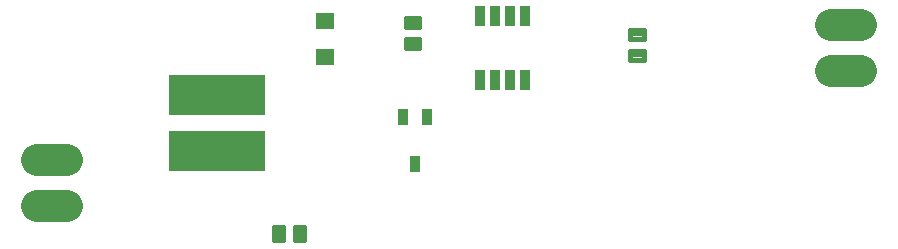
<source format=gbr>
G04 EAGLE Gerber RS-274X export*
G75*
%MOMM*%
%FSLAX34Y34*%
%LPD*%
%INSoldermask Bottom*%
%IPPOS*%
%AMOC8*
5,1,8,0,0,1.08239X$1,22.5*%
G01*
%ADD10C,0.463294*%
%ADD11R,1.573200X1.323200*%
%ADD12R,0.903200X1.753200*%
%ADD13C,2.717800*%
%ADD14R,8.203200X3.503200*%
%ADD15R,0.838200X1.473200*%


D10*
X468015Y485210D02*
X468015Y492770D01*
X479385Y492770D01*
X479385Y485210D01*
X468015Y485210D01*
X468015Y489611D02*
X479385Y489611D01*
X468015Y474990D02*
X468015Y467430D01*
X468015Y474990D02*
X479385Y474990D01*
X479385Y467430D01*
X468015Y467430D01*
X468015Y471831D02*
X479385Y471831D01*
D11*
X400200Y460100D03*
X400200Y490100D03*
D12*
X568950Y440150D03*
X556250Y440150D03*
X543550Y440150D03*
X530850Y440150D03*
X530850Y494650D03*
X543550Y494650D03*
X556250Y494650D03*
X568950Y494650D03*
D13*
X828227Y447588D02*
X853373Y447588D01*
X853373Y487212D02*
X828227Y487212D01*
X181473Y372912D02*
X156327Y372912D01*
X156327Y333288D02*
X181473Y333288D01*
D14*
X308600Y427400D03*
X308600Y380400D03*
D15*
X476000Y368900D03*
X466000Y408900D03*
X486000Y408900D03*
D10*
X363890Y304515D02*
X356330Y304515D01*
X356330Y315885D01*
X363890Y315885D01*
X363890Y304515D01*
X363890Y308916D02*
X356330Y308916D01*
X356330Y313317D02*
X363890Y313317D01*
X374110Y304515D02*
X381670Y304515D01*
X374110Y304515D02*
X374110Y315885D01*
X381670Y315885D01*
X381670Y304515D01*
X381670Y308916D02*
X374110Y308916D01*
X374110Y313317D02*
X381670Y313317D01*
X658315Y475310D02*
X658315Y482870D01*
X669685Y482870D01*
X669685Y475310D01*
X658315Y475310D01*
X658315Y479711D02*
X669685Y479711D01*
X658315Y465090D02*
X658315Y457530D01*
X658315Y465090D02*
X669685Y465090D01*
X669685Y457530D01*
X658315Y457530D01*
X658315Y461931D02*
X669685Y461931D01*
M02*

</source>
